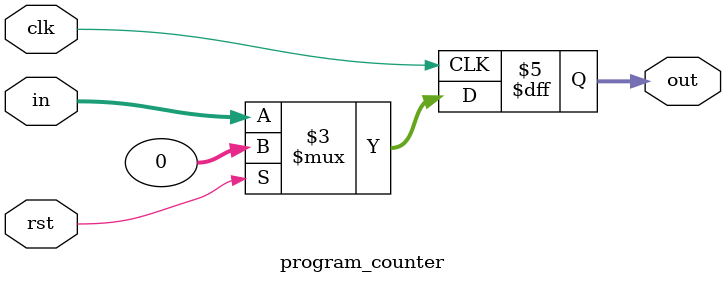
<source format=v>

`ifndef PROGRAM_COUNTER_V
`define PROGRAM_COUNTER_V

module program_counter (clk, rst, out, in);

  input wire clk;            //clock
  input wire rst;            //reset
  input wire [31:0] in;      //input address
  output reg [31:0] out;     //output address


  always@(posedge clk) begin

    if (rst) begin
      out <= 32'b0;
    end

    // assign value of in to out
    else begin
      out <= in;
    end

  end

endmodule

`endif

</source>
